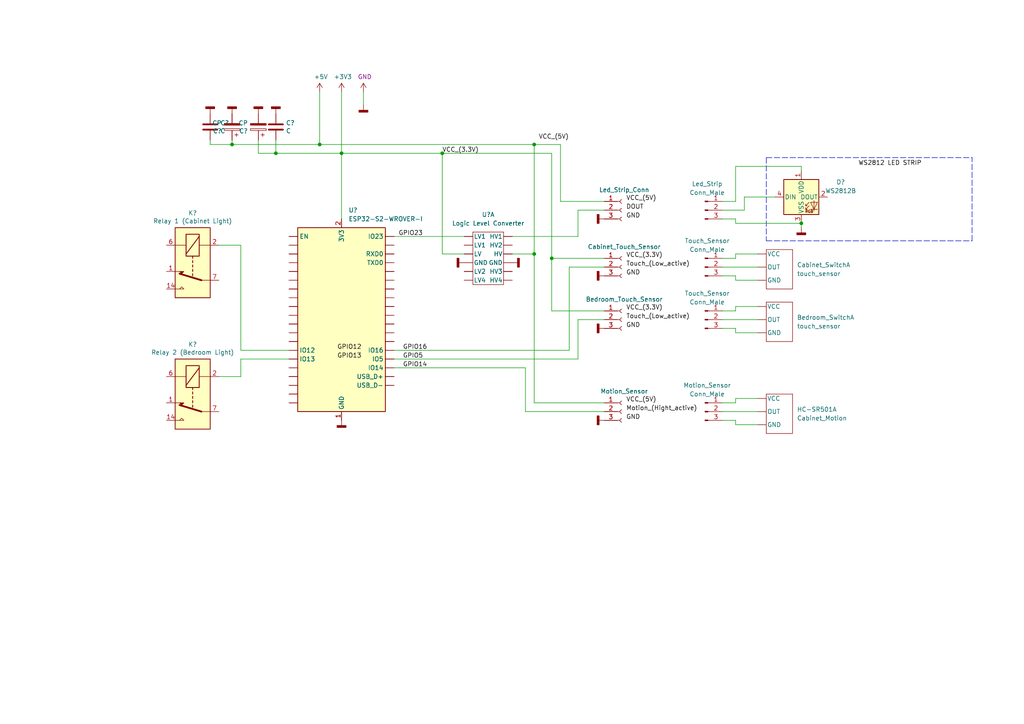
<source format=kicad_sch>
(kicad_sch (version 20211123) (generator eeschema)
  (paper "A4")
  (title_block (date "mar. 31 mars 2015"))
  (lib_symbols
    (symbol "Connector:Conn_01x03_Female" (pin_names (offset 1.016) hide)
      (property "Reference" "J" (at 0 5.08 0))
      (property "Value" "Conn_01x03_Female" (at 0 -5.08 0))
      (symbol "Conn_01x03_Female_1_1"
        (arc (start 0 -2.032) (mid -0.508 -2.54) (end 0 -3.048) (stroke (width 0.1524)))
        (polyline (pts (xy -1.27 -2.54) (xy -0.508 -2.54)) (stroke (width 0.1524)))
        (polyline (pts (xy -1.27 0) (xy -0.508 0)) (stroke (width 0.1524)))
        (polyline (pts (xy -1.27 2.54) (xy -0.508 2.54)) (stroke (width 0.1524)))
        (arc (start 0 0.508) (mid -0.508 0) (end 0 -0.508) (stroke (width 0.1524)))
        (arc (start 0 3.048) (mid -0.508 2.54) (end 0 2.032) (stroke (width 0.1524)))
        (pin passive line (at -5.08 2.54 0) (length 3.81) (name "Pin_1") (number "1"))
        (pin passive line (at -5.08 0 0) (length 3.81) (name "Pin_2") (number "2"))
        (pin passive line (at -5.08 -2.54 0) (length 3.81) (name "Pin_3") (number "3"))
      )
    )
    (symbol "Connector:Conn_01x03_Male" (pin_names (offset 1.016) hide)
      (property "Reference" "J" (at 0 5.08 0))
      (property "Value" "Conn_01x03_Male" (at 0 -5.08 0))
      (symbol "Conn_01x03_Male_1_1"
        (polyline (pts (xy 1.27 -2.54) (xy 0.8636 -2.54)) (stroke (width 0.1524)))
        (polyline (pts (xy 1.27 0) (xy 0.8636 0)) (stroke (width 0.1524)))
        (polyline (pts (xy 1.27 2.54) (xy 0.8636 2.54)) (stroke (width 0.1524)))
        (rectangle (start 0.8636 -2.413) (end 0 -2.667) (stroke (width 0.1524)) (fill (type outline)))
        (rectangle (start 0.8636 0.127) (end 0 -0.127) (stroke (width 0.1524)) (fill (type outline)))
        (rectangle (start 0.8636 2.667) (end 0 2.413) (stroke (width 0.1524)) (fill (type outline)))
        (pin passive line (at 5.08 2.54 180) (length 3.81) (name "Pin_1") (number "1"))
        (pin passive line (at 5.08 0 180) (length 3.81) (name "Pin_2") (number "2"))
        (pin passive line (at 5.08 -2.54 180) (length 3.81) (name "Pin_3") (number "3"))
      )
    )
    (symbol "Device:C" (pin_numbers hide) (pin_names (offset 0.254))
      (property "Reference" "C" (at 0.635 2.54 0))
      (property "Value" "C" (at 0.635 -2.54 0))
      (symbol "C_0_1"
        (polyline (pts (xy -2.032 -0.762) (xy 2.032 -0.762)) (stroke (width 0.508)))
        (polyline (pts (xy -2.032 0.762) (xy 2.032 0.762)) (stroke (width 0.508)))
      )
      (symbol "C_1_1"
        (pin passive line (at 0 3.81 270) (length 2.794) (name "~") (number "1"))
        (pin passive line (at 0 -3.81 90) (length 2.794) (name "~") (number "2"))
      )
    )
    (symbol "Device:CP" (pin_numbers hide) (pin_names (offset 0.254))
      (property "Reference" "C" (at 0.635 2.54 0))
      (property "Value" "Device_CP" (at 0.635 -2.54 0))
      (symbol "CP_0_1"
        (rectangle (start -2.286 0.508) (end 2.286 1.016))
        (polyline (pts (xy -1.778 2.286) (xy -0.762 2.286)))
        (polyline (pts (xy -1.27 2.794) (xy -1.27 1.778)))
        (rectangle (start 2.286 -0.508) (end -2.286 -1.016) (fill (type outline)))
      )
      (symbol "CP_1_1"
        (pin passive line (at 0 3.81 270) (length 2.794) (name "~") (number "1"))
        (pin passive line (at 0 -3.81 90) (length 2.794) (name "~") (number "2"))
      )
    )
    (symbol "LED:WS2812B" (pin_names (offset 0.254))
      (property "Reference" "D" (at 5.08 5.715 0))
      (property "Value" "WS2812B" (at 1.27 -5.715 0))
      (symbol "WS2812B_0_0"
        (text "RGB" (at 2.286 -4.191 0) (effects (font (size 0.762 0.762))))
      )
      (symbol "WS2812B_0_1"
        (polyline (pts (xy 1.27 -3.556) (xy 1.778 -3.556)))
        (polyline (pts (xy 1.27 -2.54) (xy 1.778 -2.54)))
        (polyline (pts (xy 4.699 -3.556) (xy 2.667 -3.556)))
        (polyline (pts (xy 2.286 -2.54) (xy 1.27 -3.556) (xy 1.27 -3.048)))
        (polyline (pts (xy 2.286 -1.524) (xy 1.27 -2.54) (xy 1.27 -2.032)))
        (polyline (pts (xy 3.683 -1.016) (xy 3.683 -3.556) (xy 3.683 -4.064)))
        (polyline (pts (xy 4.699 -1.524) (xy 2.667 -1.524) (xy 3.683 -3.556) (xy 4.699 -1.524)))
        (rectangle (start 5.08 5.08) (end -5.08 -5.08) (stroke (width 0.254)) (fill (type background)))
      )
      (symbol "WS2812B_1_1"
        (pin power_in line (at 0 7.62 270) (length 2.54) (name "VDD") (number "1"))
        (pin output line (at 7.62 0 180) (length 2.54) (name "DOUT") (number "2"))
        (pin power_in line (at 0 -7.62 90) (length 2.54) (name "VSS") (number "3"))
        (pin input line (at -7.62 0 0) (length 2.54) (name "DIN") (number "4"))
      )
    )
    (symbol "RF_Module:ESP32-S2-WROVER-I"
      (property "Reference" "U?" (at 2.0194 33.02 0))
      (property "Value" "ESP32-S2-WROVER-I" (at 2.0194 30.48 0))
      (symbol "ESP32-S2-WROVER-I_0_1"
        (rectangle (start -12.7 27.94) (end 12.7 -25.4) (stroke (width 0.254)) (fill (type background)))
      )
      (symbol "ESP32-S2-WROVER-I_1_1"
        (pin bidirectional line (at -15.24 -22.86 0) (length 2.54) (name "") (number ""))
        (pin bidirectional line (at -15.24 -20.32 0) (length 2.54) (name "") (number ""))
        (pin bidirectional line (at -15.24 -17.78 0) (length 2.54) (name "") (number ""))
        (pin bidirectional line (at -15.24 -15.24 0) (length 2.54) (name "") (number ""))
        (pin bidirectional line (at -15.24 -12.7 0) (length 2.54) (name "") (number ""))
        (pin bidirectional line (at -15.24 -5.08 0) (length 2.54) (name "") (number ""))
        (pin bidirectional line (at -15.24 -2.54 0) (length 2.54) (name "") (number ""))
        (pin bidirectional line (at -15.24 0 0) (length 2.54) (name "") (number ""))
        (pin bidirectional line (at -15.24 2.54 0) (length 2.54) (name "") (number ""))
        (pin bidirectional line (at -15.24 5.08 0) (length 2.54) (name "") (number ""))
        (pin bidirectional line (at -15.24 7.62 0) (length 2.54) (name "") (number ""))
        (pin bidirectional line (at -15.24 10.16 0) (length 2.54) (name "") (number ""))
        (pin bidirectional line (at -15.24 12.7 0) (length 2.54) (name "") (number ""))
        (pin bidirectional line (at -15.24 15.24 0) (length 2.54) (name "") (number ""))
        (pin bidirectional line (at -15.24 17.78 0) (length 2.54) (name "") (number ""))
        (pin bidirectional line (at -15.24 20.32 0) (length 2.54) (name "") (number ""))
        (pin bidirectional line (at -15.24 22.86 0) (length 2.54) (name "") (number ""))
        (pin bidirectional line (at 15.24 -5.08 180) (length 2.54) (name "") (number ""))
        (pin bidirectional line (at 15.24 -2.54 180) (length 2.54) (name "") (number ""))
        (pin bidirectional line (at 15.24 0 180) (length 2.54) (name "") (number ""))
        (pin bidirectional line (at 15.24 2.54 180) (length 2.54) (name "") (number ""))
        (pin bidirectional line (at 15.24 5.08 180) (length 2.54) (name "") (number ""))
        (pin bidirectional line (at 15.24 7.62 180) (length 2.54) (name "") (number ""))
        (pin bidirectional line (at 15.24 10.16 180) (length 2.54) (name "") (number ""))
        (pin bidirectional line (at 15.24 12.7 180) (length 2.54) (name "") (number ""))
        (pin bidirectional line (at 15.24 15.24 180) (length 2.54) (name "") (number ""))
        (pin bidirectional line (at 15.24 22.86 180) (length 2.54) (name "") (number ""))
        (pin input line (at -15.24 25.4 0) (length 2.54) (name "EN") (number ""))
        (pin bidirectional line (at -15.24 -7.62 0) (length 2.54) (name "IO12") (number ""))
        (pin bidirectional line (at -15.24 -10.16 0) (length 2.54) (name "IO13") (number ""))
        (pin bidirectional line (at 15.24 -12.7 180) (length 2.54) (name "IO14") (number ""))
        (pin bidirectional line (at 15.24 -7.62 180) (length 2.54) (name "IO16") (number ""))
        (pin input line (at 15.24 25.4 180) (length 2.54) (name "IO23") (number ""))
        (pin bidirectional line (at 15.24 -10.16 180) (length 2.54) (name "IO5") (number ""))
        (pin bidirectional line (at 15.24 20.32 180) (length 2.54) (name "RXD0") (number ""))
        (pin bidirectional line (at 15.24 17.78 180) (length 2.54) (name "TXD0") (number ""))
        (pin bidirectional line (at 15.24 -15.24 180) (length 2.54) (name "USB_D+") (number ""))
        (pin bidirectional line (at 15.24 -17.78 180) (length 2.54) (name "USB_D-") (number ""))
        (pin power_in line (at 0 -27.94 90) (length 2.54) (name "GND") (number "1"))
        (pin power_in line (at 0 30.48 270) (length 2.54) (name "3V3") (number "2"))
        (pin passive line (at 0 -27.94 90) (length 2.54) hide (name "GND") (number "26"))
        (pin passive line (at 0 -27.94 90) (length 2.54) hide (name "GND") (number "42"))
        (pin passive line (at 0 -27.94 90) (length 2.54) hide (name "GND") (number "43"))
      )
    )
    (symbol "Relay:DIPxx-1Cxx-51x"
      (property "Reference" "K" (at 11.43 3.81 0))
      (property "Value" "DIPxx-1Cxx-51x" (at 11.43 1.27 0))
      (symbol "DIPxx-1Cxx-51x_0_0"
        (polyline (pts (xy 2.54 5.08) (xy 2.54 2.54) (xy 3.175 3.175) (xy 2.54 3.81)) (fill (type outline)))
        (polyline (pts (xy 7.62 5.08) (xy 7.62 2.54) (xy 6.985 3.175) (xy 7.62 3.81)))
      )
      (symbol "DIPxx-1Cxx-51x_0_1"
        (rectangle (start -10.16 5.08) (end 10.16 -5.08) (stroke (width 0.254)) (fill (type background)))
        (rectangle (start -8.255 1.905) (end -1.905 -1.905) (stroke (width 0.254)))
        (polyline (pts (xy -7.62 -1.905) (xy -2.54 1.905)) (stroke (width 0.254)))
        (polyline (pts (xy -5.08 -5.08) (xy -5.08 -1.905)))
        (polyline (pts (xy -5.08 5.08) (xy -5.08 1.905)))
        (polyline (pts (xy -1.905 0) (xy -1.27 0)) (stroke (width 0.254)))
        (polyline (pts (xy -0.635 0) (xy 0 0)) (stroke (width 0.254)))
        (polyline (pts (xy 0.635 0) (xy 1.27 0)) (stroke (width 0.254)))
        (polyline (pts (xy 1.905 0) (xy 2.54 0)) (stroke (width 0.254)))
        (polyline (pts (xy 3.175 0) (xy 3.81 0)) (stroke (width 0.254)))
        (polyline (pts (xy 5.08 -2.54) (xy 3.175 3.81)) (stroke (width 0.508)))
        (polyline (pts (xy 5.08 -2.54) (xy 5.08 -5.08)))
      )
      (symbol "DIPxx-1Cxx-51x_1_1"
        (pin passive line (at 2.54 7.62 270) (length 2.54) (name "~") (number "1"))
        (pin passive line (at 7.62 7.62 270) (length 2.54) (name "~") (number "14"))
        (pin passive line (at -5.08 -7.62 90) (length 2.54) (name "~") (number "2"))
        (pin passive line (at -5.08 7.62 270) (length 2.54) (name "~") (number "6"))
        (pin passive line (at 5.08 -7.62 90) (length 2.54) (name "~") (number "7"))
        (pin passive line (at 5.08 -7.62 90) (length 2.54) hide (name "~") (number "8"))
      )
    )
    (symbol "mylib:Logic Level Converter" (pin_names (offset 0.254))
      (property "Reference" "U" (at -3.81 12.7 0))
      (property "Value" "Logic Level Converter" (at -3.81 10.16 0))
      (symbol "Logic Level Converter_0_1"
        (polyline (pts (xy -3.81 7.62) (xy 5.08 7.62)))
        (polyline (pts (xy -3.81 7.62) (xy -3.81 -7.62) (xy 5.08 -7.62) (xy 5.08 7.62)))
      )
      (symbol "Logic Level Converter_1_1"
        (pin input line (at -6.35 -1.27 0) (length 2.54) (name "GND") (number ""))
        (pin input line (at 7.62 -1.27 180) (length 2.54) (name "GND") (number ""))
        (pin input line (at 7.62 1.27 180) (length 2.54) (name "HV") (number ""))
        (pin bidirectional line (at 7.62 6.35 180) (length 2.54) (name "HV1") (number ""))
        (pin bidirectional line (at 7.62 3.81 180) (length 2.54) (name "HV2") (number ""))
        (pin bidirectional line (at 7.62 -3.81 180) (length 2.54) (name "HV3") (number ""))
        (pin bidirectional line (at 7.62 -6.35 180) (length 2.54) (name "HV4") (number ""))
        (pin input line (at -6.35 1.27 0) (length 2.54) (name "LV") (number ""))
        (pin bidirectional line (at -6.35 3.81 0) (length 2.54) (name "LV1") (number ""))
        (pin bidirectional line (at -6.35 6.35 0) (length 2.54) (name "LV1") (number ""))
        (pin bidirectional line (at -6.35 -3.81 0) (length 2.54) (name "LV2") (number ""))
        (pin bidirectional line (at -6.35 -6.35 0) (length 2.54) (name "LV4") (number ""))
      )
      (symbol "Logic Level Converter_2_0"
        (pin no_connect line (at -2.54 10.16 270) (length 2.54) hide (name "NC") (number "2"))
        (pin power_in line (at 0 -12.7 90) (length 2.54) (name "GND") (number "3"))
        (pin power_in line (at 0 12.7 270) (length 2.54) (name "V+") (number "4"))
        (pin no_connect line (at 2.54 10.16 270) (length 2.54) hide (name "NC") (number "5"))
        (pin power_in line (at 2.54 -12.7 90) (length 2.54) (name "V-") (number "7"))
      )
      (symbol "Logic Level Converter_2_1"
        (rectangle (start -3.81 10.16) (end 6.35 -10.16) (stroke (width 0.254)) (fill (type background)))
        (pin input line (at -6.35 -1.27 0) (length 2.54) (name "GND") (number "-UB"))
        (pin input line (at 7.62 -1.27 180) (length 2.54) (name "GND") (number "-UB"))
        (pin input line (at 7.62 1.27 180) (length 2.54) (name "HV") (number "-UB"))
        (pin bidirectional line (at 7.62 6.35 180) (length 2.54) (name "HV1") (number "-UB"))
        (pin bidirectional line (at 7.62 3.81 180) (length 2.54) (name "HV2") (number "-UB"))
        (pin bidirectional line (at 7.62 -3.81 180) (length 2.54) (name "HV3") (number "-UB"))
        (pin bidirectional line (at 7.62 -6.35 180) (length 2.54) (name "HV4") (number "-UB"))
        (pin input line (at -6.35 1.27 0) (length 2.54) (name "LV") (number "-UB"))
        (pin bidirectional line (at -6.35 6.35 0) (length 2.54) (name "LV1") (number "-UB"))
        (pin bidirectional line (at -6.35 -6.35 0) (length 2.54) (name "LV4") (number "-UB"))
      )
    )
    (symbol "power:+3.3V" (power) (pin_names (offset 0))
      (property "Value" "+3.3V" (at 0 3.556 0))
      (symbol "+3.3V_0_1"
        (polyline (pts (xy -0.762 1.27) (xy 0 2.54)))
        (polyline (pts (xy 0 0) (xy 0 2.54)))
        (polyline (pts (xy 0 2.54) (xy 0.762 1.27)))
      )
      (symbol "+3.3V_1_1"
        (pin power_in line (at 0 0 90) (length 0) hide (name "+3V3") (number "1"))
      )
    )
    (symbol "power:+5V" (power) (pin_names (offset 0))
      (property "Value" "+5V" (at 0 3.556 0))
      (symbol "+5V_0_1"
        (polyline (pts (xy -0.762 1.27) (xy 0 2.54)))
        (polyline (pts (xy 0 0) (xy 0 2.54)))
        (polyline (pts (xy 0 2.54) (xy 0.762 1.27)))
      )
      (symbol "+5V_1_1"
        (pin power_in line (at 0 0 90) (length 0) hide (name "+5V") (number "1"))
      )
    )
    (symbol "power:GNDD" (power) (pin_names (offset 0))
      (property "Value" "GNDD" (at 0 -3.175 0))
      (symbol "GNDD_0_1"
        (rectangle (start -1.27 -1.524) (end 1.27 -2.032) (stroke (width 0.254)) (fill (type outline)))
        (polyline (pts (xy 0 0) (xy 0 -1.524)))
      )
      (symbol "GNDD_1_1"
        (pin power_in line (at 0 0 270) (length 0) hide (name "GNDD") (number "1"))
      )
    )
    (symbol "touch_sensor_1" (pin_names (offset 0.254))
      (property "Reference" "Cabinet_Switch" (at 2.54 1.9051 0))
      (property "Value" "touch_sensor" (at 2.54 -0.6349 0))
      (symbol "touch_sensor_1_0_1"
        (polyline (pts (xy -6.35 6.35) (xy 1.27 6.35)))
        (polyline (pts (xy -6.35 6.35) (xy -6.35 -5.08) (xy 1.27 -5.08) (xy 1.27 6.35)))
      )
      (symbol "touch_sensor_1_1_1"
        (pin input line (at -8.89 -2.54 0) (length 2.54) (name "GND") (number ""))
        (pin output line (at -8.89 1.27 0) (length 2.54) (name "OUT") (number ""))
        (pin input line (at -8.89 5.08 0) (length 2.54) (name "VCC") (number ""))
      )
      (symbol "touch_sensor_1_2_0"
        (pin no_connect line (at -2.54 10.16 270) (length 2.54) hide (name "NC") (number "2"))
        (pin power_in line (at 0 -12.7 90) (length 2.54) (name "GND") (number "3"))
        (pin power_in line (at 0 12.7 270) (length 2.54) (name "V+") (number "4"))
        (pin no_connect line (at 2.54 10.16 270) (length 2.54) hide (name "NC") (number "5"))
        (pin power_in line (at 2.54 -12.7 90) (length 2.54) (name "V-") (number "7"))
      )
      (symbol "touch_sensor_1_2_1"
        (rectangle (start -3.81 10.16) (end 6.35 -10.16) (stroke (width 0.254)) (fill (type background)))
        (pin input line (at -8.89 -2.54 0) (length 2.54) (name "GND") (number "-UB"))
        (pin output line (at -8.89 1.27 0) (length 2.54) (name "OUT") (number "-UB"))
        (pin input line (at -8.89 5.08 0) (length 2.54) (name "VCC") (number "-UB"))
      )
    )
  )
  (junction (at 128.27 44.45))
  (junction (at 99.06 44.45))
  (junction (at 92.71 41.91))
  (junction (at 67.31 41.91))
  (junction (at 154.94 73.66))
  (junction (at 80.01 44.45))
  (junction (at 154.94 41.91))
  (junction (at 160.02 74.93))
  (junction (at 232.41 64.77))
  (wire (pts (xy 99.06 26.67) (xy 99.06 44.45)))
  (wire (pts (xy 213.36 123.19) (xy 219.71 123.19)))
  (wire (pts (xy 215.9 60.96) (xy 215.9 57.15)))
  (wire (pts (xy 213.36 80.01) (xy 213.36 81.28)))
  (wire (pts (xy 167.64 92.71) (xy 175.26 92.71)))
  (wire (pts (xy 209.55 119.38) (xy 219.71 119.38)))
  (wire (pts (xy 167.64 104.14) (xy 167.64 92.71)))
  (polyline (pts (xy 222.25 69.85) (xy 281.94 69.85)))
  (wire (pts (xy 209.55 90.17) (xy 213.36 90.17)))
  (wire (pts (xy 80.01 44.45) (xy 99.06 44.45)))
  (wire (pts (xy 83.82 104.14) (xy 69.85 104.14)))
  (wire (pts (xy 92.71 41.91) (xy 154.94 41.91)))
  (polyline (pts (xy 222.25 45.72) (xy 222.25 69.85)))
  (wire (pts (xy 209.55 92.71) (xy 219.71 92.71)))
  (wire (pts (xy 128.27 44.45) (xy 128.27 73.66)))
  (wire (pts (xy 160.02 74.93) (xy 175.26 74.93)))
  (wire (pts (xy 114.3 104.14) (xy 167.64 104.14)))
  (wire (pts (xy 209.55 60.96) (xy 215.9 60.96)))
  (wire (pts (xy 148.59 68.58) (xy 167.64 68.58)))
  (wire (pts (xy 69.85 71.12) (xy 63.5 71.12)))
  (wire (pts (xy 167.64 60.96) (xy 175.26 60.96)))
  (wire (pts (xy 160.02 90.17) (xy 175.26 90.17)))
  (wire (pts (xy 152.4 119.38) (xy 175.26 119.38)))
  (wire (pts (xy 232.41 66.04) (xy 232.41 64.77)))
  (wire (pts (xy 209.55 95.25) (xy 213.36 95.25)))
  (wire (pts (xy 80.01 40.64) (xy 80.01 44.45)))
  (wire (pts (xy 213.36 115.57) (xy 219.71 115.57)))
  (wire (pts (xy 165.1 77.47) (xy 175.26 77.47)))
  (wire (pts (xy 209.55 58.42) (xy 213.36 58.42)))
  (wire (pts (xy 92.71 26.67) (xy 92.71 41.91)))
  (wire (pts (xy 74.93 44.45) (xy 80.01 44.45)))
  (wire (pts (xy 114.3 101.6) (xy 165.1 101.6)))
  (wire (pts (xy 154.94 73.66) (xy 154.94 116.84)))
  (wire (pts (xy 128.27 73.66) (xy 134.62 73.66)))
  (wire (pts (xy 165.1 101.6) (xy 165.1 77.47)))
  (wire (pts (xy 213.36 64.77) (xy 232.41 64.77)))
  (wire (pts (xy 209.55 121.92) (xy 213.36 121.92)))
  (wire (pts (xy 67.31 41.91) (xy 92.71 41.91)))
  (wire (pts (xy 114.3 68.58) (xy 134.62 68.58)))
  (wire (pts (xy 60.96 40.64) (xy 60.96 41.91)))
  (wire (pts (xy 209.55 80.01) (xy 213.36 80.01)))
  (wire (pts (xy 154.94 116.84) (xy 175.26 116.84)))
  (wire (pts (xy 69.85 101.6) (xy 69.85 71.12)))
  (wire (pts (xy 162.56 58.42) (xy 175.26 58.42)))
  (polyline (pts (xy 222.25 45.72) (xy 281.94 45.72)))
  (wire (pts (xy 213.36 74.93) (xy 213.36 73.66)))
  (wire (pts (xy 162.56 41.91) (xy 162.56 58.42)))
  (wire (pts (xy 213.36 58.42) (xy 213.36 48.26)))
  (wire (pts (xy 99.06 44.45) (xy 128.27 44.45)))
  (wire (pts (xy 148.59 73.66) (xy 154.94 73.66)))
  (wire (pts (xy 74.93 40.64) (xy 74.93 44.45)))
  (wire (pts (xy 128.27 44.45) (xy 160.02 44.45)))
  (wire (pts (xy 213.36 81.28) (xy 219.71 81.28)))
  (wire (pts (xy 60.96 41.91) (xy 67.31 41.91)))
  (wire (pts (xy 215.9 57.15) (xy 224.79 57.15)))
  (wire (pts (xy 105.41 26.67) (xy 105.41 30.48)))
  (wire (pts (xy 209.55 63.5) (xy 213.36 63.5)))
  (wire (pts (xy 213.36 73.66) (xy 219.71 73.66)))
  (wire (pts (xy 213.36 63.5) (xy 213.36 64.77)))
  (wire (pts (xy 209.55 77.47) (xy 219.71 77.47)))
  (wire (pts (xy 63.5 109.22) (xy 69.85 109.22)))
  (wire (pts (xy 213.36 121.92) (xy 213.36 123.19)))
  (wire (pts (xy 167.64 60.96) (xy 167.64 68.58)))
  (wire (pts (xy 154.94 41.91) (xy 154.94 73.66)))
  (wire (pts (xy 213.36 116.84) (xy 213.36 115.57)))
  (wire (pts (xy 69.85 109.22) (xy 69.85 104.14)))
  (wire (pts (xy 209.55 74.93) (xy 213.36 74.93)))
  (wire (pts (xy 152.4 106.68) (xy 152.4 119.38)))
  (wire (pts (xy 99.06 44.45) (xy 99.06 63.5)))
  (wire (pts (xy 213.36 48.26) (xy 232.41 48.26)))
  (wire (pts (xy 213.36 88.9) (xy 219.71 88.9)))
  (wire (pts (xy 154.94 41.91) (xy 162.56 41.91)))
  (wire (pts (xy 114.3 106.68) (xy 152.4 106.68)))
  (wire (pts (xy 213.36 95.25) (xy 213.36 96.52)))
  (wire (pts (xy 213.36 96.52) (xy 219.71 96.52)))
  (wire (pts (xy 160.02 44.45) (xy 160.02 74.93)))
  (wire (pts (xy 83.82 101.6) (xy 69.85 101.6)))
  (wire (pts (xy 209.55 116.84) (xy 213.36 116.84)))
  (wire (pts (xy 67.31 40.64) (xy 67.31 41.91)))
  (wire (pts (xy 213.36 90.17) (xy 213.36 88.9)))
  (polyline (pts (xy 281.94 69.85) (xy 281.94 45.72)))
  (wire (pts (xy 160.02 74.93) (xy 160.02 90.17)))
  (wire (pts (xy 232.41 48.26) (xy 232.41 49.53)))
  (label "GND" (at 181.61 95.25 0))
  (label "VCC_(3.3V)" (at 181.61 90.17 0))
  (label "VCC_(5V)" (at 181.61 116.84 0))
  (label "VCC_(5V)" (at 156.21 40.64 0))
  (label "GPIO12" (at 97.79 101.6 0))
  (label "GPIO16" (at 116.84 101.6 0))
  (label "GPIO23" (at 115.57 68.58 0))
  (label "GPIO14" (at 116.84 106.68 0))
  (label "GPIO5" (at 116.84 104.14 0))
  (label "GND" (at 181.61 80.01 0))
  (label "GND" (at 181.61 63.5 0))
  (label "VCC_(3.3V)" (at 128.27 44.45 0))
  (label "VCC_(5V)" (at 181.61 58.42 0))
  (label "GPIO13" (at 97.79 104.14 0))
  (label "Touch_(Low_active)" (at 181.61 92.71 0))
  (label "GND" (at 181.61 121.92 0))
  (label "Motion_(Hight_active)" (at 181.61 119.38 0))
  (label "DOUT" (at 181.61 60.96 0))
  (label "WS2812 LED STRIP" (at 248.92 48.26 0))
  (label "VCC_(3.3V)" (at 181.61 74.93 0))
  (label "Touch_(Low_active)" (at 181.61 77.47 0))
  (symbol (lib_id "power:+3.3V") (at 99.06 26.67 0) (unit 1)
    (property "Reference" "#PWR?" (effects hide))
    (property "Value" "+3.3V" (at 99.441 22.2758 0))
  )
  (symbol (lib_id "power:GNDD") (at 60.96 33.02 180) (unit 1)
    (property "Reference" "#PWR?" (effects hide))
    (property "Value" "GNDD" (effects hide))
  )
  (symbol (lib_id "power:+5V") (at 92.71 26.67 0) (unit 1)
    (property "Reference" "#PWR?" (effects hide))
    (property "Value" "+5V" (at 93.091 22.2758 0))
  )
  (symbol (lib_name "touch_sensor_1") (lib_id "mylib:touch_sensor") (at 228.6 120.65 0) (unit 1)
    (property "Reference" "HC-SR501" (at 231.14 118.7449 0) (effects (justify left)))
    (property "Value" "Cabinet_Motion" (at 231.14 121.2849 0) (effects (justify left)))
  )
  (symbol (lib_id "Device:C") (at 80.01 36.83 0) (unit 1)
    (property "Reference" "C?" (at 82.931 35.6616 0) (effects (justify left)))
    (property "Value" "C" (at 82.931 37.973 0) (effects (justify left)))
  )
  (symbol (lib_name "touch_sensor_1") (lib_id "mylib:touch_sensor") (at 228.6 93.98 0) (unit 1)
    (property "Reference" "Bedroom_Switch" (at 231.14 92.0749 0) (effects (justify left)))
    (property "Value" "touch_sensor" (at 231.14 94.6149 0) (effects (justify left)))
  )
  (symbol (lib_id "Device:CP") (at 67.31 36.83 180) (unit 1)
    (property "Reference" "C?" (at 64.3128 37.9984 0) (effects (justify left)))
    (property "Value" "CP" (at 64.3128 35.687 0) (effects (justify left)))
  )
  (symbol (lib_id "power:GNDD") (at 134.62 76.2 270) (unit 1)
    (property "Reference" "#PWR?" (effects hide))
    (property "Value" "GNDD" (effects hide))
  )
  (symbol (lib_name "touch_sensor_1") (lib_id "mylib:touch_sensor") (at 228.6 78.74 0) (unit 1)
    (property "Reference" "Cabinet_Switch" (at 231.14 76.8349 0) (effects (justify left)))
    (property "Value" "touch_sensor" (at 231.14 79.3749 0) (effects (justify left)))
  )
  (symbol (lib_id "power:GNDD") (at 175.26 95.25 270) (unit 1)
    (property "Reference" "#PWR?" (effects hide))
    (property "Value" "GNDD" (effects hide))
  )
  (symbol (lib_id "power:GNDD") (at 74.93 33.02 180) (unit 1)
    (property "Reference" "#PWR?" (effects hide))
    (property "Value" "GNDD" (effects hide))
  )
  (symbol (lib_id "power:GNDD") (at 80.01 33.02 180) (unit 1)
    (property "Reference" "#PWR?" (effects hide))
    (property "Value" "GNDD" (effects hide))
  )
  (symbol (lib_id "power:GNDD") (at 67.31 33.02 180) (unit 1)
    (property "Reference" "#PWR?" (effects hide))
    (property "Value" "GNDD" (effects hide))
  )
  (symbol (lib_id "Connector:Conn_01x03_Female") (at 180.34 60.96 0) (unit 1)
    (property "Reference" "Led_Strip_Conn" (at 181.0512 55.0672 0))
    (property "Value" " " (at 181.0512 62.611 0) (effects (justify top)))
  )
  (symbol (lib_id "power:GNDD") (at 175.26 63.5 270) (unit 1)
    (property "Reference" "#PWR?" (effects hide))
    (property "Value" "GNDD" (effects hide))
  )
  (symbol (lib_id "Connector:Conn_01x03_Male") (at 204.47 119.38 0) (unit 1)
    (property "Reference" "Motion_Sensor" (at 205.105 111.76 0))
    (property "Value" "Conn_Male" (at 205.105 114.3 0))
  )
  (symbol (lib_id "power:GNDD") (at 105.41 30.48 0) (unit 1)
    (property "Reference" "#PWR?" (effects hide))
    (property "Value" "GNDD" (effects hide))
  )
  (symbol (lib_id "LED:WS2812B") (at 232.41 57.15 0) (unit 1)
    (property "Reference" "D?" (at 243.84 52.8193 0))
    (property "Value" "WS2812B" (at 243.84 55.3593 0))
    (property "Footprint" "LED_SMD:LED_WS2812B_PLCC4_5.0x5.0mm_P3.2mm" (effects hide))
    (property "Datasheet" "https://cdn-shop.adafruit.com/datasheets/WS2812B.pdf" (effects hide))
  )
  (symbol (lib_id "Connector:Conn_01x03_Male") (at 204.47 60.96 0) (unit 1)
    (property "Reference" "Led_Strip" (at 205.105 53.34 0))
    (property "Value" "Conn_Male" (at 205.105 55.88 0))
  )
  (symbol (lib_id "mylib:Logic Level Converter") (at 140.97 74.93 0) (unit 1)
    (property "Reference" "U?" (at 141.605 62.23 0))
    (property "Value" "Logic Level Converter" (at 141.605 64.77 0))
  )
  (symbol (lib_id "power:GNDD") (at 148.59 76.2 90) (mirror x) (unit 1)
    (property "Reference" "#PWR?" (effects hide))
    (property "Value" "GNDD" (effects hide))
  )
  (symbol (lib_id "power:GNDD") (at 99.06 121.92 0) (unit 1)
    (property "Reference" "#PWR?" (effects hide))
    (property "Value" "GNDD" (effects hide))
  )
  (symbol (lib_id "Relay:DIPxx-1Cxx-51x") (at 55.88 76.2 90) (mirror x) (unit 1)
    (property "Reference" "K?" (at 55.88 61.7982 90))
    (property "Value" "Relay 1 (Cabinet Light)" (at 55.88 64.1096 90))
    (property "Footprint" "Relay_THT:Relay_StandexMeder_DIP_LowProfile" (effects hide))
    (property "Datasheet" "https://standexelectronics.com/wp-content/uploads/datasheet_reed_relay_DIP.pdf" (effects hide))
  )
  (symbol (lib_id "Connector:Conn_01x03_Male") (at 204.47 77.47 0) (unit 1)
    (property "Reference" "Touch_Sensor" (at 205.105 69.85 0))
    (property "Value" "Conn_Male" (at 205.105 72.39 0))
  )
  (symbol (lib_id "power:GNDD") (at 175.26 121.92 270) (unit 1)
    (property "Reference" "#PWR?" (effects hide))
    (property "Value" "GNDD" (effects hide))
  )
  (symbol (lib_id "RF_Module:ESP32-S2-WROVER-I") (at 99.06 93.98 0) (unit 1)
    (property "Reference" "U?" (at 101.0794 60.96 0) (effects (justify left)))
    (property "Value" "ESP32-S2-WROVER-I" (at 101.0794 63.5 0) (effects (justify left)))
    (property "Footprint" "RF_Module:ESP32-S2-WROVER" (effects hide))
    (property "Datasheet" "https://www.espressif.com/sites/default/files/documentation/esp32-s2-wroom_esp32-s2-wroom-i_datasheet_en.pdf" (effects hide))
  )
  (symbol (lib_id "Relay:DIPxx-1Cxx-51x") (at 55.88 114.3 90) (mirror x) (unit 1)
    (property "Reference" "K?" (at 55.88 99.8982 90))
    (property "Value" "Relay 2 (Bedroom Light)" (at 55.88 102.2096 90))
    (property "Footprint" "Relay_THT:Relay_StandexMeder_DIP_LowProfile" (effects hide))
    (property "Datasheet" "https://standexelectronics.com/wp-content/uploads/datasheet_reed_relay_DIP.pdf" (effects hide))
  )
  (symbol (lib_id "Connector:Conn_01x03_Female") (at 180.34 77.47 0) (unit 1)
    (property "Reference" "Cabinet_Touch_Sensor" (at 181.0512 71.5772 0))
    (property "Value" " " (at 181.0512 79.121 0) (effects (justify top)))
  )
  (symbol (lib_id "power:GNDD") (at 232.41 66.04 0) (unit 1)
    (property "Reference" "#PWR?" (effects hide))
    (property "Value" "GNDD" (effects hide))
  )
  (symbol (lib_id "power:GNDD") (at 175.26 80.01 270) (unit 1)
    (property "Reference" "#PWR?" (effects hide))
    (property "Value" "GNDD" (effects hide))
  )
  (symbol (lib_id "Connector:Conn_01x03_Female") (at 180.34 119.38 0) (unit 1)
    (property "Reference" "Motion_Sensor" (at 181.0512 113.4872 0))
    (property "Value" " " (at 181.0512 121.031 0) (effects (justify top)))
  )
  (symbol (lib_id "power:+3.3V") (at 105.41 26.67 0) (unit 1)
    (property "Reference" "#PWR?" (effects hide))
    (property "Value" "+3.3V" (effects hide))
    (property "Field4" "GND" (at 105.791 22.2758 0))
  )
  (symbol (lib_id "Connector:Conn_01x03_Male") (at 204.47 92.71 0) (unit 1)
    (property "Reference" "Touch_Sensor" (at 205.105 85.09 0))
    (property "Value" "Conn_Male" (at 205.105 87.63 0))
  )
  (symbol (lib_id "Device:C") (at 60.96 36.83 0) (unit 1)
    (property "Reference" "C?" (at 63.881 35.6616 0) (effects (justify left)))
    (property "Value" "C" (at 63.881 37.973 0) (effects (justify left)))
  )
  (symbol (lib_id "Connector:Conn_01x03_Female") (at 180.34 92.71 0) (unit 1)
    (property "Reference" "Bedroom_Touch_Sensor" (at 181.0512 86.8172 0))
    (property "Value" " " (at 181.0512 94.361 0) (effects (justify top)))
  )
  (symbol (lib_id "Device:CP") (at 74.93 36.83 180) (unit 1)
    (property "Reference" "C?" (at 71.9328 37.9984 0) (effects (justify left)))
    (property "Value" "CP" (at 71.9328 35.687 0) (effects (justify left)))
  )
)
</source>
